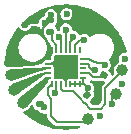
<source format=gbr>
%TF.GenerationSoftware,KiCad,Pcbnew,8.0.5-8.0.5-0~ubuntu24.04.1*%
%TF.CreationDate,2024-09-15T15:23:13-06:00*%
%TF.ProjectId,DRV8311 on motor driver,44525638-3331-4312-906f-6e206d6f746f,rev?*%
%TF.SameCoordinates,Original*%
%TF.FileFunction,Copper,L1,Top*%
%TF.FilePolarity,Positive*%
%FSLAX46Y46*%
G04 Gerber Fmt 4.6, Leading zero omitted, Abs format (unit mm)*
G04 Created by KiCad (PCBNEW 8.0.5-8.0.5-0~ubuntu24.04.1) date 2024-09-15 15:23:13*
%MOMM*%
%LPD*%
G01*
G04 APERTURE LIST*
G04 Aperture macros list*
%AMRoundRect*
0 Rectangle with rounded corners*
0 $1 Rounding radius*
0 $2 $3 $4 $5 $6 $7 $8 $9 X,Y pos of 4 corners*
0 Add a 4 corners polygon primitive as box body*
4,1,4,$2,$3,$4,$5,$6,$7,$8,$9,$2,$3,0*
0 Add four circle primitives for the rounded corners*
1,1,$1+$1,$2,$3*
1,1,$1+$1,$4,$5*
1,1,$1+$1,$6,$7*
1,1,$1+$1,$8,$9*
0 Add four rect primitives between the rounded corners*
20,1,$1+$1,$2,$3,$4,$5,0*
20,1,$1+$1,$4,$5,$6,$7,0*
20,1,$1+$1,$6,$7,$8,$9,0*
20,1,$1+$1,$8,$9,$2,$3,0*%
G04 Aperture macros list end*
%TA.AperFunction,ComponentPad*%
%ADD10O,1.000000X1.000000*%
%TD*%
%TA.AperFunction,SMDPad,CuDef*%
%ADD11RoundRect,0.140000X0.206244X0.077224X-0.036244X0.217224X-0.206244X-0.077224X0.036244X-0.217224X0*%
%TD*%
%TA.AperFunction,SMDPad,CuDef*%
%ADD12C,2.000000*%
%TD*%
%TA.AperFunction,SMDPad,CuDef*%
%ADD13RoundRect,0.140000X0.170000X-0.140000X0.170000X0.140000X-0.170000X0.140000X-0.170000X-0.140000X0*%
%TD*%
%TA.AperFunction,SMDPad,CuDef*%
%ADD14R,0.200000X0.469999*%
%TD*%
%TA.AperFunction,SMDPad,CuDef*%
%ADD15R,0.469999X0.200000*%
%TD*%
%TA.AperFunction,ComponentPad*%
%ADD16C,0.600000*%
%TD*%
%TA.AperFunction,SMDPad,CuDef*%
%ADD17R,1.899999X1.899999*%
%TD*%
%TA.AperFunction,SMDPad,CuDef*%
%ADD18C,1.000000*%
%TD*%
%TA.AperFunction,SMDPad,CuDef*%
%ADD19RoundRect,0.135000X0.092715X-0.209413X0.227715X0.024413X-0.092715X0.209413X-0.227715X-0.024413X0*%
%TD*%
%TA.AperFunction,SMDPad,CuDef*%
%ADD20RoundRect,0.135000X0.185000X-0.135000X0.185000X0.135000X-0.185000X0.135000X-0.185000X-0.135000X0*%
%TD*%
%TA.AperFunction,ViaPad*%
%ADD21C,0.600000*%
%TD*%
%TA.AperFunction,Conductor*%
%ADD22C,0.200000*%
%TD*%
G04 APERTURE END LIST*
D10*
%TO.P,J3,1,Pin_1*%
%TO.N,Net-(J3-Pin_1)*%
X167600000Y-103450000D03*
%TD*%
D11*
%TO.P,C1,1*%
%TO.N,GND*%
X173915692Y-103290000D03*
%TO.P,C1,2*%
%TO.N,+3.3V*%
X173084308Y-102810000D03*
%TD*%
D12*
%TO.P,TP2,1,1*%
%TO.N,GND*%
X172750000Y-96400000D03*
%TD*%
D13*
%TO.P,C3,1*%
%TO.N,VDD*%
X168700000Y-97280000D03*
%TO.P,C3,2*%
%TO.N,GND*%
X168700000Y-96320000D03*
%TD*%
D14*
%TO.P,U1,1,FAULT_N*%
%TO.N,unconnected-(U1-FAULT_N-Pad1)*%
X172450000Y-98954998D03*
%TO.P,U1,2,CSAREF*%
%TO.N,+3.3V*%
X172050001Y-98954998D03*
%TO.P,U1,3,SOC*%
%TO.N,Net-(U1-SOC)*%
X171649999Y-98954998D03*
%TO.P,U1,4,SOB*%
%TO.N,Net-(U1-SOB)*%
X171250000Y-98954998D03*
%TO.P,U1,5,SOA*%
%TO.N,Net-(U1-SOA)*%
X170850001Y-98954998D03*
%TO.P,U1,6,CP*%
%TO.N,Net-(U1-CP)*%
X170449999Y-98954998D03*
%TO.P,U1,7,VIN_AVDD*%
%TO.N,VDD*%
X170050000Y-98954998D03*
D15*
%TO.P,U1,8,VM*%
X169784999Y-99749998D03*
%TO.P,U1,9,PGND*%
%TO.N,GND*%
X169784999Y-100150000D03*
%TO.P,U1,10,OUTA*%
%TO.N,Net-(J2-Pin_1)*%
X169784999Y-100549999D03*
%TO.P,U1,11,OUTB*%
%TO.N,Net-(J1-Pin_1)*%
X169784999Y-100949998D03*
%TO.P,U1,12,OUTC*%
%TO.N,Net-(J3-Pin_1)*%
X169784999Y-101350000D03*
D14*
%TO.P,U1,13,INHC*%
%TO.N,Net-(U1-INHC)*%
X170050000Y-101885000D03*
%TO.P,U1,14,INHB*%
%TO.N,Net-(U1-INHB)*%
X170449999Y-101885000D03*
%TO.P,U1,15,INHA*%
%TO.N,Net-(U1-INHA)*%
X170850001Y-101885000D03*
%TO.P,U1,16,AGND*%
%TO.N,GND*%
X171250000Y-101885000D03*
%TO.P,U1,17,AVDD*%
%TO.N,+3.3V*%
X171649999Y-101885000D03*
%TO.P,U1,18,INLA*%
X172050001Y-101885000D03*
%TO.P,U1,19,INLB*%
X172450000Y-101885000D03*
D15*
%TO.P,U1,20,INLC*%
X172715001Y-101350000D03*
%TO.P,U1,21,GAIN*%
%TO.N,Net-(U1-GAIN)*%
X172715001Y-100949998D03*
%TO.P,U1,22,SLEW*%
%TO.N,unconnected-(U1-SLEW-Pad22)*%
X172715001Y-100549999D03*
%TO.P,U1,23,MODE*%
%TO.N,+3.3V*%
X172715001Y-100150000D03*
%TO.P,U1,24,SLEEP_N*%
%TO.N,Net-(U1-SLEEP_N)*%
X172715001Y-99749998D03*
D16*
%TO.P,U1,25,PowerPAD*%
%TO.N,GND*%
X171950001Y-99719998D03*
X170549999Y-99719998D03*
D17*
X171250000Y-100419999D03*
D16*
X171250000Y-100445399D03*
X171950001Y-101120000D03*
X170549999Y-101120000D03*
%TD*%
D10*
%TO.P,J1,1,Pin_1*%
%TO.N,Net-(J1-Pin_1)*%
X166900000Y-102350000D03*
%TD*%
D18*
%TO.P,TP7,1,1*%
%TO.N,Net-(U1-INHB)*%
X175500000Y-102700000D03*
%TD*%
%TO.P,TP8,1,1*%
%TO.N,Net-(U1-INHC)*%
X173150000Y-104850000D03*
%TD*%
D10*
%TO.P,J2,1,Pin_1*%
%TO.N,Net-(J2-Pin_1)*%
X166600000Y-101100000D03*
%TD*%
D19*
%TO.P,R3,1*%
%TO.N,GND*%
X173995000Y-101991673D03*
%TO.P,R3,2*%
%TO.N,Net-(U1-GAIN)*%
X174505000Y-101108327D03*
%TD*%
D13*
%TO.P,C2,1*%
%TO.N,Net-(U1-CP)*%
X169950000Y-97430000D03*
%TO.P,C2,2*%
%TO.N,VDD*%
X169950000Y-96470000D03*
%TD*%
D18*
%TO.P,TP5,1,1*%
%TO.N,Net-(U1-INHA)*%
X176050000Y-100700000D03*
%TD*%
D20*
%TO.P,R2,1*%
%TO.N,GND*%
X169050000Y-104609999D03*
%TO.P,R2,2*%
%TO.N,Net-(U1-SLEEP_N)*%
X169050000Y-103590001D03*
%TD*%
D21*
%TO.N,+3.3V*%
X172799751Y-98147108D03*
X173116373Y-102216373D03*
X173769874Y-100675546D03*
%TO.N,GND*%
X167804580Y-96860461D03*
X175850000Y-98850000D03*
X175650000Y-98050000D03*
X174600000Y-96700000D03*
X169705640Y-105174954D03*
X174050000Y-97300000D03*
X173908365Y-102555608D03*
X175050000Y-97400000D03*
%TO.N,VDD*%
X170000000Y-96050000D03*
X169475248Y-96675624D03*
X166650000Y-98850000D03*
X167400000Y-99900000D03*
X166600000Y-99850000D03*
X171319090Y-95950000D03*
%TO.N,Net-(U1-SLEEP_N)*%
X174543328Y-100249977D03*
X169400000Y-103860612D03*
%TO.N,Net-(U1-SOA)*%
X170673748Y-97893002D03*
X174140084Y-104551384D03*
%TO.N,Net-(U1-SOB)*%
X171268000Y-97258800D03*
X175996140Y-101831754D03*
%TO.N,Net-(U1-SOC)*%
X171879907Y-97871564D03*
X176247018Y-99719598D03*
%TO.N,Net-(U1-INHB)*%
X170327877Y-102597695D03*
X175172494Y-103594849D03*
%TD*%
D22*
%TO.N,+3.3V*%
X173143120Y-100173483D02*
X173112782Y-100150000D01*
X172715001Y-101750000D02*
X172715001Y-101350000D01*
X173250000Y-100256215D02*
X173143120Y-100173483D01*
X172580001Y-101885000D02*
X172715001Y-101750000D01*
X172785000Y-101885000D02*
X172450000Y-101885000D01*
X173769874Y-100675546D02*
X173487030Y-100675546D01*
X173250000Y-100438516D02*
X173250000Y-100256215D01*
X173116373Y-102216373D02*
X172785000Y-101885000D01*
X173487030Y-100675546D02*
X173250000Y-100438516D01*
X171649999Y-101885000D02*
X172450000Y-101885000D01*
X172450000Y-101885000D02*
X172580001Y-101885000D01*
X173112782Y-100150000D02*
X172715001Y-100150000D01*
X173084308Y-102248438D02*
X173084308Y-102810000D01*
X172799751Y-98147108D02*
X172452892Y-98147108D01*
X172050001Y-98549999D02*
X172050001Y-98954998D01*
X173116373Y-102216373D02*
X173084308Y-102248438D01*
X172452892Y-98147108D02*
X172050001Y-98549999D01*
%TO.N,GND*%
X169849271Y-95450000D02*
X170666688Y-95450000D01*
X168700000Y-96320000D02*
X168345041Y-96320000D01*
X173908365Y-102555608D02*
X173995000Y-102468973D01*
X169705640Y-105174954D02*
X169705640Y-104935640D01*
X169427328Y-95592672D02*
X169568078Y-95536114D01*
X170666688Y-95450000D02*
X170766688Y-95350000D01*
X168700000Y-96320000D02*
X169427328Y-95592672D01*
X173995000Y-102468973D02*
X173995000Y-101991673D01*
X169568078Y-95536114D02*
X169849271Y-95450000D01*
X172648529Y-96400000D02*
X172750000Y-96400000D01*
X173908365Y-102555608D02*
X173915692Y-102562935D01*
X170319996Y-100150000D02*
X170549999Y-99919997D01*
X170766688Y-95350000D02*
X171598529Y-95350000D01*
X171250000Y-101885000D02*
X171250000Y-100419999D01*
X170915000Y-100250000D02*
X171184999Y-100519999D01*
X171598529Y-95350000D02*
X172648529Y-96400000D01*
X169784999Y-100150000D02*
X170319996Y-100150000D01*
X170549999Y-99919997D02*
X170549999Y-99719998D01*
X173915692Y-102562935D02*
X173915692Y-103290000D01*
X168345041Y-96320000D02*
X167804580Y-96860461D01*
X169705640Y-104935640D02*
X169400000Y-104630000D01*
%TO.N,VDD*%
X169699114Y-98408089D02*
X169594653Y-98164668D01*
X166650000Y-98850000D02*
X166650000Y-98749175D01*
X169475248Y-96675624D02*
X169744376Y-96675624D01*
X169744376Y-96675624D02*
X169950000Y-96470000D01*
X170050000Y-98954998D02*
X169749817Y-98654815D01*
X168700000Y-97280000D02*
X169240000Y-97280000D01*
X169594653Y-98164668D02*
X169443328Y-97947253D01*
X169749817Y-98654815D02*
X169699114Y-98408089D01*
X168519539Y-97460461D02*
X168700000Y-97280000D01*
X170000000Y-96050000D02*
X170000000Y-96420000D01*
X166857472Y-100107472D02*
X168983546Y-100107472D01*
X170000000Y-96420000D02*
X169950000Y-96470000D01*
X169310000Y-97350000D02*
X169310000Y-97110000D01*
X169310000Y-97110000D02*
X169950000Y-96470000D01*
X169341020Y-99749998D02*
X169784999Y-99749998D01*
X168983546Y-100107472D02*
X169341020Y-99749998D01*
X169443328Y-97947253D02*
X169310000Y-97820515D01*
X166600000Y-99850000D02*
X166857472Y-100107472D01*
X169240000Y-97280000D02*
X169310000Y-97350000D01*
X169310000Y-97820515D02*
X169310000Y-97350000D01*
%TO.N,Net-(U1-CP)*%
X170449999Y-98549999D02*
X170073748Y-98173748D01*
X170073748Y-98173748D02*
X170073748Y-97553748D01*
X170449999Y-98954998D02*
X170449999Y-98549999D01*
X170073748Y-97553748D02*
X169950000Y-97430000D01*
%TO.N,Net-(U1-SLEEP_N)*%
X173951758Y-100094055D02*
X173892562Y-100078728D01*
X173781608Y-100050000D02*
X173695326Y-100027660D01*
X173695326Y-100027660D02*
X173457505Y-99911003D01*
X174543328Y-100249977D02*
X174393351Y-100100000D01*
X169320611Y-103860612D02*
X169050000Y-103590001D01*
X173249504Y-99749998D02*
X172715001Y-99749998D01*
X173892562Y-100078728D02*
X173781608Y-100050000D01*
X174393351Y-100100000D02*
X173957703Y-100100000D01*
X169400000Y-103860612D02*
X169320611Y-103860612D01*
X173957703Y-100100000D02*
X173951758Y-100094055D01*
X173457505Y-99911003D02*
X173249504Y-99749998D01*
%TO.N,Net-(U1-GAIN)*%
X173521344Y-101275546D02*
X173195796Y-100949998D01*
X173195796Y-100949998D02*
X172715001Y-100949998D01*
X174505000Y-101108327D02*
X174337781Y-101275546D01*
X174337781Y-101275546D02*
X173521344Y-101275546D01*
%TO.N,Net-(U1-SOA)*%
X170850001Y-98069255D02*
X170850001Y-98954998D01*
X170673748Y-97893002D02*
X170850001Y-98069255D01*
%TO.N,Net-(U1-SOB)*%
X171268000Y-97258800D02*
X171273748Y-97264548D01*
X171250000Y-98165279D02*
X171250000Y-98954998D01*
X171273748Y-98141531D02*
X171250000Y-98165279D01*
X171273748Y-97264548D02*
X171273748Y-98141531D01*
%TO.N,Net-(U1-INHA)*%
X171838603Y-102442528D02*
X171021239Y-102442528D01*
X174600000Y-102228029D02*
X174600000Y-103318814D01*
X174600000Y-103318814D02*
X174572494Y-103346320D01*
X176050000Y-100778029D02*
X174600000Y-102228029D01*
X174572494Y-103577506D02*
X174201254Y-103948746D01*
X171021239Y-102442528D02*
X170850001Y-102271290D01*
X172864821Y-103468746D02*
X172835179Y-103468746D01*
X174572494Y-103346320D02*
X174572494Y-103577506D01*
X176050000Y-100700000D02*
X176050000Y-100778029D01*
X172835179Y-103468746D02*
X172436543Y-103070110D01*
X173344821Y-103948746D02*
X172864821Y-103468746D01*
X170850001Y-102271290D02*
X170850001Y-101885000D01*
X172436543Y-103040468D02*
X171838603Y-102442528D01*
X172436543Y-103070110D02*
X172436543Y-103040468D01*
X174201254Y-103948746D02*
X173344821Y-103948746D01*
%TO.N,Net-(U1-SOC)*%
X171649999Y-98330966D02*
X171879907Y-98101058D01*
X171879907Y-98101058D02*
X171879907Y-97871564D01*
X171649999Y-98954998D02*
X171649999Y-98330966D01*
%TO.N,Net-(U1-INHB)*%
X170327877Y-102597695D02*
X170449999Y-102475573D01*
X175172494Y-103594849D02*
X175172494Y-103027506D01*
X175172494Y-103027506D02*
X175500000Y-102700000D01*
X170449999Y-102475573D02*
X170449999Y-101885000D01*
%TO.N,Net-(U1-INHC)*%
X170000000Y-104620785D02*
X170000000Y-103118347D01*
X173150000Y-104850000D02*
X172900000Y-105100000D01*
X170479215Y-105100000D02*
X170000000Y-104620785D01*
X170000000Y-103118347D02*
X169720290Y-102838637D01*
X172900000Y-105100000D02*
X170479215Y-105100000D01*
X169720290Y-102214710D02*
X170050000Y-101885000D01*
X169720290Y-102838637D02*
X169720290Y-102214710D01*
%TD*%
%TA.AperFunction,Conductor*%
%TO.N,Net-(J2-Pin_1)*%
G36*
X169970558Y-100453868D02*
G01*
X169973926Y-100462000D01*
X169970558Y-100470132D01*
X169966929Y-100472582D01*
X169563906Y-100644081D01*
X169559403Y-100644999D01*
X169550683Y-100644999D01*
X169514613Y-100648189D01*
X169514611Y-100648190D01*
X169510641Y-100648897D01*
X169510639Y-100648898D01*
X169475686Y-100658374D01*
X169475669Y-100658379D01*
X169124338Y-100787816D01*
X169124333Y-100787818D01*
X169084798Y-100802383D01*
X169084403Y-100802521D01*
X166664313Y-101595310D01*
X166655537Y-101594640D01*
X166649804Y-101587961D01*
X166649248Y-101584960D01*
X166602410Y-100648190D01*
X166600854Y-100617074D01*
X166603812Y-100608784D01*
X166611766Y-100605014D01*
X166612340Y-100605000D01*
X166658710Y-100605000D01*
X166661462Y-100605334D01*
X166677833Y-100609369D01*
X166677835Y-100609369D01*
X166677842Y-100609371D01*
X166707818Y-100614443D01*
X166711196Y-100614760D01*
X166741588Y-100615354D01*
X168448508Y-100522249D01*
X168717594Y-100507572D01*
X168724848Y-100507047D01*
X168725658Y-100506974D01*
X168733087Y-100506169D01*
X168733095Y-100506167D01*
X168733104Y-100506167D01*
X168743146Y-100504893D01*
X168743147Y-100504892D01*
X168774412Y-100500930D01*
X168788922Y-100498561D01*
X168790535Y-100498238D01*
X168804855Y-100494833D01*
X168834503Y-100486650D01*
X168836953Y-100486255D01*
X169539851Y-100450514D01*
X169540435Y-100450500D01*
X169745437Y-100450500D01*
X169962426Y-100450500D01*
X169970558Y-100453868D01*
G37*
%TD.AperFunction*%
%TD*%
%TA.AperFunction,Conductor*%
%TO.N,GND*%
G36*
X170300000Y-100900000D02*
G01*
X170214280Y-100701010D01*
X170220499Y-100669747D01*
X170220499Y-100430251D01*
X170208866Y-100371768D01*
X170182300Y-100332011D01*
X170164551Y-100305446D01*
X170124794Y-100278881D01*
X170098230Y-100261132D01*
X170039747Y-100249499D01*
X170039744Y-100249499D01*
X170019999Y-100249499D01*
X170019999Y-100050498D01*
X170039744Y-100050498D01*
X170039747Y-100050498D01*
X170098230Y-100038865D01*
X170164551Y-99994550D01*
X170187435Y-99960301D01*
X170300000Y-99900000D01*
X170300000Y-100900000D01*
G37*
%TD.AperFunction*%
%TD*%
%TA.AperFunction,Conductor*%
%TO.N,Net-(J3-Pin_1)*%
G36*
X169556319Y-101252689D02*
G01*
X169812952Y-101361895D01*
X169966931Y-101427418D01*
X169973094Y-101433702D01*
X169973010Y-101442503D01*
X169966726Y-101448666D01*
X169962428Y-101449500D01*
X169930252Y-101449500D01*
X169906988Y-101454127D01*
X169871771Y-101461132D01*
X169871767Y-101461134D01*
X169805449Y-101505446D01*
X169805446Y-101505449D01*
X169761134Y-101571767D01*
X169761132Y-101571771D01*
X169749500Y-101630253D01*
X169749500Y-101751040D01*
X169746609Y-101758665D01*
X169709999Y-101799998D01*
X169709522Y-101800505D01*
X169535779Y-101974250D01*
X169479829Y-102030199D01*
X169440268Y-102098722D01*
X169440267Y-102098724D01*
X169438735Y-102104438D01*
X169436237Y-102109084D01*
X167860038Y-103888666D01*
X167852125Y-103892520D01*
X167843804Y-103889650D01*
X167841776Y-103887290D01*
X167305649Y-103058730D01*
X167304059Y-103050073D01*
X167308118Y-103043504D01*
X169544634Y-101254291D01*
X169553088Y-101251842D01*
X169556319Y-101252689D01*
G37*
%TD.AperFunction*%
%TD*%
%TA.AperFunction,Conductor*%
%TO.N,VDD*%
G36*
X168841789Y-97000167D02*
G01*
X168939564Y-97017068D01*
X168943251Y-97018382D01*
X169028806Y-97066630D01*
X169031837Y-97069103D01*
X169088040Y-97133835D01*
X169096893Y-97144031D01*
X169098048Y-97145618D01*
X169672992Y-98096486D01*
X170023570Y-98676287D01*
X170024032Y-98677129D01*
X170045632Y-98720695D01*
X170046338Y-98722480D01*
X170060390Y-98769029D01*
X170060629Y-98769959D01*
X170134408Y-99116718D01*
X170134615Y-99118096D01*
X170140836Y-99188302D01*
X170140745Y-99191083D01*
X170129922Y-99260730D01*
X170129625Y-99262091D01*
X170042099Y-99571797D01*
X170019999Y-99649998D01*
X170019715Y-99690479D01*
X170019715Y-99690482D01*
X170019309Y-99748228D01*
X170018751Y-99751685D01*
X169993996Y-99828242D01*
X169989983Y-99833882D01*
X169972371Y-99847178D01*
X169965442Y-99849500D01*
X169530251Y-99849500D01*
X169506987Y-99854127D01*
X169471770Y-99861132D01*
X169471766Y-99861134D01*
X169405448Y-99905446D01*
X169405445Y-99905449D01*
X169361133Y-99971767D01*
X169361131Y-99971771D01*
X169349499Y-100030253D01*
X169349499Y-100079220D01*
X169346131Y-100087352D01*
X169341844Y-100090058D01*
X168791159Y-100285399D01*
X168790373Y-100285647D01*
X168750185Y-100296738D01*
X168748572Y-100297061D01*
X168710986Y-100301825D01*
X168707212Y-100302304D01*
X168706402Y-100302377D01*
X168437316Y-100317054D01*
X166730396Y-100410159D01*
X166727018Y-100409842D01*
X166697622Y-100402597D01*
X166685056Y-100399500D01*
X166514944Y-100399500D01*
X166399220Y-100428021D01*
X166397095Y-100428338D01*
X166364594Y-100430112D01*
X166362569Y-100430044D01*
X166261139Y-100417625D01*
X166257284Y-100416440D01*
X166167306Y-100370224D01*
X166164099Y-100367781D01*
X166129860Y-100330556D01*
X166095620Y-100293331D01*
X166093453Y-100289930D01*
X166091644Y-100285541D01*
X166054904Y-100196409D01*
X166054045Y-100192473D01*
X166050129Y-100090347D01*
X166050229Y-100088346D01*
X166083334Y-99849998D01*
X166165080Y-99261422D01*
X166201569Y-98998701D01*
X166201985Y-98996857D01*
X166264054Y-98800000D01*
X167244357Y-98800000D01*
X167264884Y-99021533D01*
X167325771Y-99235529D01*
X167424942Y-99434690D01*
X167424944Y-99434693D01*
X167559011Y-99612227D01*
X167559014Y-99612230D01*
X167559019Y-99612236D01*
X167723438Y-99762124D01*
X167912599Y-99879247D01*
X168120060Y-99959618D01*
X168338754Y-100000499D01*
X168338755Y-100000500D01*
X168338757Y-100000500D01*
X168561245Y-100000500D01*
X168561245Y-100000499D01*
X168779940Y-99959618D01*
X168987401Y-99879247D01*
X169176562Y-99762124D01*
X169340981Y-99612236D01*
X169367182Y-99577541D01*
X169475055Y-99434693D01*
X169475057Y-99434690D01*
X169475056Y-99434690D01*
X169475058Y-99434689D01*
X169574229Y-99235528D01*
X169635115Y-99021536D01*
X169655643Y-98800000D01*
X169635115Y-98578464D01*
X169574229Y-98364472D01*
X169475058Y-98165311D01*
X169475057Y-98165310D01*
X169475057Y-98165309D01*
X169475055Y-98165306D01*
X169340988Y-97987772D01*
X169340984Y-97987769D01*
X169340981Y-97987764D01*
X169176562Y-97837876D01*
X169176561Y-97837875D01*
X169035517Y-97750545D01*
X168987401Y-97720753D01*
X168987396Y-97720751D01*
X168987390Y-97720748D01*
X168779942Y-97640382D01*
X168561245Y-97599500D01*
X168561243Y-97599500D01*
X168338757Y-97599500D01*
X168338754Y-97599500D01*
X168120058Y-97640382D01*
X168120057Y-97640382D01*
X167912609Y-97720748D01*
X167912597Y-97720754D01*
X167723438Y-97837875D01*
X167643773Y-97910500D01*
X167559019Y-97987764D01*
X167559017Y-97987766D01*
X167559011Y-97987772D01*
X167424944Y-98165306D01*
X167424942Y-98165309D01*
X167325771Y-98364470D01*
X167264884Y-98578466D01*
X167244357Y-98800000D01*
X166264054Y-98800000D01*
X166319427Y-98624377D01*
X166319768Y-98623442D01*
X166320326Y-98622095D01*
X166435325Y-98344464D01*
X166436099Y-98342935D01*
X166469146Y-98288409D01*
X167161908Y-97145349D01*
X167163065Y-97143765D01*
X167228115Y-97068975D01*
X167231148Y-97066502D01*
X167313547Y-97020089D01*
X167322284Y-97019034D01*
X167329210Y-97024466D01*
X167329651Y-97025333D01*
X167379203Y-97133834D01*
X167379203Y-97133835D01*
X167473451Y-97242603D01*
X167473455Y-97242606D01*
X167587496Y-97315896D01*
X167594527Y-97320414D01*
X167675216Y-97344106D01*
X167732618Y-97360961D01*
X167732619Y-97360961D01*
X167876541Y-97360961D01*
X168014633Y-97320414D01*
X168135708Y-97242604D01*
X168229957Y-97133834D01*
X168288007Y-97006722D01*
X168294449Y-97000725D01*
X168298468Y-97000000D01*
X168839831Y-97000000D01*
X168841789Y-97000167D01*
G37*
%TD.AperFunction*%
%TD*%
%TA.AperFunction,Conductor*%
%TO.N,Net-(J1-Pin_1)*%
G36*
X169970558Y-100853867D02*
G01*
X169973926Y-100861999D01*
X169970558Y-100870131D01*
X169966929Y-100872581D01*
X169553326Y-101048582D01*
X169548823Y-101049500D01*
X169530251Y-101049500D01*
X169527090Y-101050128D01*
X169509957Y-101053535D01*
X169508377Y-101053737D01*
X169495908Y-101054456D01*
X169487458Y-101056905D01*
X169487449Y-101056908D01*
X169485440Y-101057950D01*
X169482392Y-101059019D01*
X169471769Y-101061132D01*
X169471768Y-101061133D01*
X169446194Y-101078220D01*
X169445099Y-101078867D01*
X169416257Y-101093822D01*
X169416257Y-101093823D01*
X168760624Y-101618328D01*
X168760160Y-101618681D01*
X167062279Y-102841158D01*
X167053711Y-102843176D01*
X167046226Y-102838545D01*
X167044770Y-102835805D01*
X166703975Y-101910789D01*
X166704324Y-101901996D01*
X166710788Y-101896025D01*
X169196551Y-100980215D01*
X169546715Y-100851208D01*
X169550691Y-100850499D01*
X169962426Y-100850499D01*
X169970558Y-100853867D01*
G37*
%TD.AperFunction*%
%TD*%
%TA.AperFunction,Conductor*%
%TO.N,GND*%
G36*
X171636428Y-101449500D02*
G01*
X171530251Y-101449500D01*
X171471768Y-101461133D01*
X171405446Y-101505447D01*
X171361132Y-101571769D01*
X171349499Y-101630252D01*
X171349499Y-101630255D01*
X171349499Y-101650000D01*
X171150501Y-101650000D01*
X171150501Y-101630252D01*
X171138868Y-101571769D01*
X171112302Y-101532012D01*
X171094553Y-101505447D01*
X171050001Y-101475679D01*
X171028232Y-101461133D01*
X170969749Y-101449500D01*
X170863572Y-101449500D01*
X170750000Y-101369999D01*
X171750000Y-101369999D01*
X171636428Y-101449500D01*
G37*
%TD.AperFunction*%
%TD*%
%TA.AperFunction,Conductor*%
%TO.N,GND*%
G36*
X168457023Y-103648054D02*
G01*
X168505139Y-103690671D01*
X168519500Y-103743405D01*
X168519500Y-103765497D01*
X168526123Y-103815801D01*
X168577614Y-103926225D01*
X168577617Y-103926229D01*
X168663771Y-104012383D01*
X168663775Y-104012386D01*
X168774199Y-104063877D01*
X168824503Y-104070500D01*
X168824510Y-104070500D01*
X168824514Y-104070501D01*
X168867799Y-104070501D01*
X168928929Y-104090363D01*
X168962400Y-104131295D01*
X168966123Y-104139448D01*
X169062256Y-104250390D01*
X169185750Y-104329755D01*
X169326601Y-104371112D01*
X169326604Y-104371112D01*
X169473396Y-104371112D01*
X169473399Y-104371112D01*
X169549950Y-104348635D01*
X169556200Y-104346800D01*
X169620449Y-104348635D01*
X169671349Y-104387885D01*
X169689500Y-104446587D01*
X169689500Y-104661668D01*
X169710659Y-104740632D01*
X169710661Y-104740637D01*
X169727405Y-104769638D01*
X169751538Y-104811437D01*
X170288563Y-105348462D01*
X170329441Y-105372062D01*
X170359367Y-105389340D01*
X170383800Y-105395886D01*
X170417177Y-105404830D01*
X170417176Y-105404831D01*
X170417183Y-105404831D01*
X170429999Y-105408265D01*
X170438335Y-105410500D01*
X170438336Y-105410500D01*
X170438337Y-105410500D01*
X172374911Y-105410500D01*
X172436041Y-105430362D01*
X172473821Y-105482362D01*
X172473821Y-105546638D01*
X172436041Y-105598638D01*
X172397421Y-105616035D01*
X172224154Y-105654447D01*
X172215219Y-105656022D01*
X171765864Y-105715180D01*
X171756825Y-105715971D01*
X171304014Y-105735741D01*
X171294942Y-105735741D01*
X170842130Y-105715971D01*
X170833091Y-105715180D01*
X170383736Y-105656022D01*
X170374801Y-105654447D01*
X169932299Y-105556346D01*
X169923536Y-105553998D01*
X169491264Y-105417703D01*
X169482738Y-105414599D01*
X169064012Y-105241157D01*
X169055789Y-105237323D01*
X168653757Y-105028039D01*
X168645900Y-105023503D01*
X168263639Y-104779975D01*
X168256207Y-104774771D01*
X167896631Y-104498860D01*
X167889680Y-104493028D01*
X167822834Y-104431775D01*
X167761299Y-104375388D01*
X167703757Y-104322660D01*
X167672107Y-104266717D01*
X167679383Y-104202855D01*
X167722807Y-104155466D01*
X167749124Y-104145007D01*
X167853797Y-104119208D01*
X167878536Y-104106223D01*
X167901754Y-104097388D01*
X167946487Y-104086262D01*
X167954400Y-104082408D01*
X167973666Y-104067775D01*
X168021353Y-104031555D01*
X168021354Y-104031553D01*
X168021359Y-104031550D01*
X168040324Y-104010136D01*
X168049198Y-104001261D01*
X168135723Y-103924609D01*
X168201533Y-103829264D01*
X168209254Y-103819409D01*
X168337647Y-103674448D01*
X168393047Y-103641858D01*
X168457023Y-103648054D01*
G37*
%TD.AperFunction*%
%TA.AperFunction,Conductor*%
G36*
X173437494Y-101574532D02*
G01*
X173480461Y-101586045D01*
X173480464Y-101586045D01*
X173480466Y-101586046D01*
X174296902Y-101586046D01*
X174343567Y-101586046D01*
X174395566Y-101599979D01*
X174459445Y-101636859D01*
X174460027Y-101637195D01*
X174506913Y-101656616D01*
X174506916Y-101656616D01*
X174508528Y-101657011D01*
X174509867Y-101657839D01*
X174514264Y-101659661D01*
X174513967Y-101660377D01*
X174563184Y-101690835D01*
X174587520Y-101750326D01*
X174572241Y-101812759D01*
X174557345Y-101831569D01*
X174351540Y-102037374D01*
X174310660Y-102108179D01*
X174310658Y-102108185D01*
X174292933Y-102174338D01*
X174292933Y-102174339D01*
X174289500Y-102187149D01*
X174289500Y-103190464D01*
X174283713Y-103219565D01*
X174284918Y-103219888D01*
X174267386Y-103285318D01*
X174261994Y-103305438D01*
X174261994Y-103405814D01*
X174242132Y-103466944D01*
X174231533Y-103479353D01*
X174103101Y-103607785D01*
X174045831Y-103636966D01*
X174029562Y-103638246D01*
X173516512Y-103638246D01*
X173455382Y-103618384D01*
X173442973Y-103607785D01*
X173308088Y-103472900D01*
X173278907Y-103415630D01*
X173288962Y-103352146D01*
X173323549Y-103313089D01*
X173364800Y-103285320D01*
X173407463Y-103231278D01*
X173610723Y-102879222D01*
X173636193Y-102815253D01*
X173644246Y-102698555D01*
X173613970Y-102585564D01*
X173613970Y-102585563D01*
X173583940Y-102540954D01*
X173566280Y-102479152D01*
X173575612Y-102439673D01*
X173611230Y-102361681D01*
X173611232Y-102361677D01*
X173615669Y-102330816D01*
X173632123Y-102216376D01*
X173632123Y-102216369D01*
X173611233Y-102071074D01*
X173611231Y-102071067D01*
X173586717Y-102017389D01*
X173550250Y-101937537D01*
X173454117Y-101826595D01*
X173454116Y-101826594D01*
X173354349Y-101762478D01*
X173313662Y-101712720D01*
X173309993Y-101648549D01*
X173344743Y-101594477D01*
X173404639Y-101571158D01*
X173437494Y-101574532D01*
G37*
%TD.AperFunction*%
%TA.AperFunction,Conductor*%
G36*
X170729268Y-99400498D02*
G01*
X170970733Y-99400497D01*
X171029716Y-99388766D01*
X171070285Y-99388766D01*
X171129267Y-99400498D01*
X171370732Y-99400497D01*
X171429715Y-99388766D01*
X171470284Y-99388766D01*
X171529266Y-99400498D01*
X171770731Y-99400497D01*
X171829714Y-99388766D01*
X171870286Y-99388766D01*
X171929268Y-99400498D01*
X172170733Y-99400497D01*
X172181441Y-99398367D01*
X172245271Y-99405920D01*
X172292471Y-99449549D01*
X172305012Y-99512589D01*
X172288207Y-99558145D01*
X172281716Y-99567859D01*
X172281715Y-99567862D01*
X172281714Y-99567864D01*
X172281714Y-99567865D01*
X172269501Y-99629265D01*
X172269501Y-99629267D01*
X172269501Y-99870728D01*
X172269502Y-99870734D01*
X172281233Y-99929711D01*
X172281233Y-99970285D01*
X172271015Y-100021657D01*
X172269501Y-100029269D01*
X172269501Y-100270730D01*
X172269502Y-100270738D01*
X172281232Y-100329714D01*
X172281232Y-100370289D01*
X172269501Y-100429266D01*
X172269501Y-100670729D01*
X172269502Y-100670737D01*
X172281232Y-100729713D01*
X172281232Y-100770288D01*
X172269501Y-100829265D01*
X172269501Y-101070728D01*
X172269502Y-101070734D01*
X172275846Y-101102626D01*
X172281081Y-101128950D01*
X172281233Y-101129711D01*
X172281233Y-101170285D01*
X172280352Y-101174716D01*
X172269501Y-101229269D01*
X172269501Y-101335500D01*
X172249639Y-101396630D01*
X172197639Y-101434410D01*
X172165501Y-101439500D01*
X171929270Y-101439500D01*
X171929259Y-101439502D01*
X171870284Y-101451231D01*
X171829710Y-101451231D01*
X171812647Y-101447837D01*
X171770732Y-101439500D01*
X171770729Y-101439500D01*
X171650713Y-101439500D01*
X171750000Y-101369999D01*
X170750000Y-101369999D01*
X170849287Y-101439500D01*
X170729270Y-101439500D01*
X170729259Y-101439502D01*
X170670284Y-101451231D01*
X170629710Y-101451231D01*
X170597284Y-101444781D01*
X170570732Y-101439500D01*
X170570731Y-101439500D01*
X170334498Y-101439500D01*
X170273368Y-101419638D01*
X170235588Y-101367638D01*
X170230498Y-101335500D01*
X170230498Y-101229269D01*
X170230497Y-101229263D01*
X170218767Y-101170285D01*
X170218767Y-101129711D01*
X170230499Y-101070731D01*
X170230498Y-100829266D01*
X170218767Y-100770283D01*
X170218767Y-100729713D01*
X170221255Y-100717201D01*
X170300000Y-100900000D01*
X170300000Y-99900000D01*
X170206168Y-99950266D01*
X170218284Y-99932135D01*
X170218284Y-99932133D01*
X170218286Y-99932131D01*
X170230499Y-99870731D01*
X170230498Y-99800551D01*
X170231828Y-99783973D01*
X170232055Y-99782566D01*
X170234802Y-99749763D01*
X170234804Y-99749743D01*
X170235191Y-99694640D01*
X170239108Y-99667090D01*
X170249477Y-99630404D01*
X170254612Y-99612236D01*
X170282772Y-99512589D01*
X170293052Y-99476213D01*
X170328790Y-99422790D01*
X170389104Y-99400575D01*
X170393094Y-99400497D01*
X170570731Y-99400497D01*
X170629714Y-99388766D01*
X170670286Y-99388766D01*
X170729268Y-99400498D01*
G37*
%TD.AperFunction*%
%TA.AperFunction,Conductor*%
G36*
X171752984Y-95156740D02*
G01*
X171756825Y-95156908D01*
X171765864Y-95157699D01*
X172215230Y-95216859D01*
X172224144Y-95218430D01*
X172666656Y-95316533D01*
X172675419Y-95318881D01*
X173107691Y-95455176D01*
X173116218Y-95458280D01*
X173534948Y-95631724D01*
X173543161Y-95635553D01*
X173611570Y-95671165D01*
X173945198Y-95844840D01*
X173953053Y-95849375D01*
X174086041Y-95934098D01*
X174335316Y-96092904D01*
X174342748Y-96098108D01*
X174601611Y-96296740D01*
X174702324Y-96374019D01*
X174709272Y-96379848D01*
X175043442Y-96686060D01*
X175049856Y-96692474D01*
X175353222Y-97023539D01*
X175356066Y-97026642D01*
X175361898Y-97033593D01*
X175637809Y-97393169D01*
X175643013Y-97400601D01*
X175886541Y-97782862D01*
X175891077Y-97790719D01*
X176100361Y-98192751D01*
X176104195Y-98200974D01*
X176277637Y-98619700D01*
X176280741Y-98628226D01*
X176417036Y-99060498D01*
X176419383Y-99069258D01*
X176422338Y-99082585D01*
X176416180Y-99146565D01*
X176373591Y-99194706D01*
X176320804Y-99209098D01*
X176320417Y-99209098D01*
X176173619Y-99209098D01*
X176173617Y-99209098D01*
X176173613Y-99209099D01*
X176032769Y-99250454D01*
X175909275Y-99329819D01*
X175909274Y-99329819D01*
X175909274Y-99329820D01*
X175861207Y-99385291D01*
X175813140Y-99440763D01*
X175752159Y-99574292D01*
X175752157Y-99574299D01*
X175731268Y-99719594D01*
X175731268Y-99719601D01*
X175752157Y-99864896D01*
X175752159Y-99864903D01*
X175780893Y-99927821D01*
X175788220Y-99991677D01*
X175756613Y-100047645D01*
X175734623Y-100063111D01*
X175643429Y-100110973D01*
X175643423Y-100110977D01*
X175514280Y-100225388D01*
X175514273Y-100225395D01*
X175416263Y-100367389D01*
X175355079Y-100528717D01*
X175334282Y-100700000D01*
X175355079Y-100871284D01*
X175375932Y-100926268D01*
X175379037Y-100990468D01*
X175352229Y-101036685D01*
X175259964Y-101128950D01*
X175202694Y-101158131D01*
X175139210Y-101148076D01*
X175093760Y-101102626D01*
X175085897Y-101062147D01*
X175083003Y-101062401D01*
X175082210Y-101053337D01*
X175065008Y-100989139D01*
X175050675Y-100935647D01*
X174980789Y-100835839D01*
X174980787Y-100835838D01*
X174980787Y-100835837D01*
X174940533Y-100804949D01*
X174940529Y-100804947D01*
X174940527Y-100804945D01*
X174914569Y-100789958D01*
X174871562Y-100742192D01*
X174864845Y-100678268D01*
X174887971Y-100631792D01*
X174977205Y-100528813D01*
X175038187Y-100395281D01*
X175041780Y-100370289D01*
X175059078Y-100249980D01*
X175059078Y-100249973D01*
X175038188Y-100104678D01*
X175038186Y-100104671D01*
X175018013Y-100060497D01*
X174977205Y-99971141D01*
X174977204Y-99971140D01*
X174977204Y-99971139D01*
X174898014Y-99879751D01*
X174872993Y-99820546D01*
X174887550Y-99757941D01*
X174906543Y-99734792D01*
X175040981Y-99612236D01*
X175175058Y-99434689D01*
X175274229Y-99235528D01*
X175335115Y-99021536D01*
X175355643Y-98800000D01*
X175335115Y-98578464D01*
X175274229Y-98364472D01*
X175175058Y-98165311D01*
X175040981Y-97987764D01*
X175040978Y-97987761D01*
X175040976Y-97987758D01*
X174876564Y-97837878D01*
X174876562Y-97837876D01*
X174687401Y-97720753D01*
X174687399Y-97720752D01*
X174479939Y-97640381D01*
X174261250Y-97599500D01*
X174261243Y-97599500D01*
X174038757Y-97599500D01*
X174038749Y-97599500D01*
X173820060Y-97640381D01*
X173612600Y-97720752D01*
X173423438Y-97837875D01*
X173381497Y-97876109D01*
X173322940Y-97902613D01*
X173259988Y-97889635D01*
X173232837Y-97867357D01*
X173137496Y-97757330D01*
X173051970Y-97702366D01*
X173014001Y-97677965D01*
X173014000Y-97677964D01*
X173013999Y-97677964D01*
X172873155Y-97636609D01*
X172873152Y-97636608D01*
X172873150Y-97636608D01*
X172726352Y-97636608D01*
X172726350Y-97636608D01*
X172726346Y-97636609D01*
X172585502Y-97677963D01*
X172506499Y-97728736D01*
X172444335Y-97745075D01*
X172384439Y-97721755D01*
X172355671Y-97684448D01*
X172352710Y-97677964D01*
X172313784Y-97592728D01*
X172217651Y-97481786D01*
X172094157Y-97402421D01*
X172094156Y-97402420D01*
X172094155Y-97402420D01*
X171953311Y-97361065D01*
X171953308Y-97361064D01*
X171953306Y-97361064D01*
X171887750Y-97361064D01*
X171826620Y-97341202D01*
X171788840Y-97289202D01*
X171785182Y-97266108D01*
X171784809Y-97266162D01*
X171762860Y-97113501D01*
X171762858Y-97113494D01*
X171749167Y-97083514D01*
X171701877Y-96979964D01*
X171605744Y-96869022D01*
X171482250Y-96789657D01*
X171482249Y-96789656D01*
X171482248Y-96789656D01*
X171341404Y-96748301D01*
X171341401Y-96748300D01*
X171341399Y-96748300D01*
X171194601Y-96748300D01*
X171194599Y-96748300D01*
X171194595Y-96748301D01*
X171053751Y-96789656D01*
X170930257Y-96869021D01*
X170930256Y-96869021D01*
X170930256Y-96869022D01*
X170904108Y-96899198D01*
X170834122Y-96979965D01*
X170773141Y-97113494D01*
X170773139Y-97113501D01*
X170752250Y-97258796D01*
X170752250Y-97258799D01*
X170752955Y-97263704D01*
X170741993Y-97327038D01*
X170695898Y-97371833D01*
X170650013Y-97382502D01*
X170600349Y-97382502D01*
X170600346Y-97382502D01*
X170592986Y-97383561D01*
X170592642Y-97381171D01*
X170539543Y-97379650D01*
X170488646Y-97340397D01*
X170470500Y-97281701D01*
X170470500Y-97256740D01*
X170470499Y-97256733D01*
X170460574Y-97188610D01*
X170460573Y-97188608D01*
X170430251Y-97126583D01*
X170409198Y-97083517D01*
X170349220Y-97023539D01*
X170320039Y-96966269D01*
X170330094Y-96902785D01*
X170349220Y-96876461D01*
X170376697Y-96848984D01*
X170409198Y-96816483D01*
X170460573Y-96711393D01*
X170463330Y-96692475D01*
X170470499Y-96643266D01*
X170470500Y-96643259D01*
X170470500Y-96296740D01*
X170469606Y-96290606D01*
X170477916Y-96232402D01*
X170494859Y-96195304D01*
X170499198Y-96165124D01*
X170515750Y-96050003D01*
X170515750Y-96049996D01*
X170501372Y-95949996D01*
X170803340Y-95949996D01*
X170803340Y-95950003D01*
X170824229Y-96095298D01*
X170824231Y-96095305D01*
X170869897Y-96195298D01*
X170885213Y-96228836D01*
X170981346Y-96339778D01*
X171104840Y-96419143D01*
X171245691Y-96460500D01*
X171245694Y-96460500D01*
X171392486Y-96460500D01*
X171392489Y-96460500D01*
X171533340Y-96419143D01*
X171656834Y-96339778D01*
X171752967Y-96228836D01*
X171813949Y-96095304D01*
X171814294Y-96092904D01*
X171834840Y-95950003D01*
X171834840Y-95949996D01*
X171813950Y-95804701D01*
X171813948Y-95804694D01*
X171752967Y-95671165D01*
X171752967Y-95671164D01*
X171656834Y-95560222D01*
X171533340Y-95480857D01*
X171533339Y-95480856D01*
X171533338Y-95480856D01*
X171392494Y-95439501D01*
X171392491Y-95439500D01*
X171392489Y-95439500D01*
X171245691Y-95439500D01*
X171245689Y-95439500D01*
X171245685Y-95439501D01*
X171104841Y-95480856D01*
X170981347Y-95560221D01*
X170981346Y-95560221D01*
X170981346Y-95560222D01*
X170933279Y-95615693D01*
X170885212Y-95671165D01*
X170824231Y-95804694D01*
X170824229Y-95804701D01*
X170803340Y-95949996D01*
X170501372Y-95949996D01*
X170494860Y-95904701D01*
X170494858Y-95904694D01*
X170468482Y-95846938D01*
X170433877Y-95771164D01*
X170337744Y-95660222D01*
X170214250Y-95580857D01*
X170214249Y-95580856D01*
X170214248Y-95580856D01*
X170073404Y-95539501D01*
X170073401Y-95539500D01*
X170073399Y-95539500D01*
X169926601Y-95539500D01*
X169926599Y-95539500D01*
X169926595Y-95539501D01*
X169785751Y-95580856D01*
X169662257Y-95660221D01*
X169566122Y-95771165D01*
X169505141Y-95904694D01*
X169505139Y-95904701D01*
X169484250Y-96049996D01*
X169484250Y-96057437D01*
X169482407Y-96057437D01*
X169473036Y-96111580D01*
X169426940Y-96156375D01*
X169408689Y-96162017D01*
X169408986Y-96163028D01*
X169260999Y-96206480D01*
X169137505Y-96285845D01*
X169041370Y-96396789D01*
X168980389Y-96530318D01*
X168980387Y-96530325D01*
X168959498Y-96675620D01*
X168959498Y-96681072D01*
X168939636Y-96742202D01*
X168887636Y-96779982D01*
X168851080Y-96784978D01*
X168839838Y-96784500D01*
X168839831Y-96784500D01*
X168298468Y-96784500D01*
X168298467Y-96784500D01*
X168260220Y-96787922D01*
X168260215Y-96787922D01*
X168260211Y-96787923D01*
X168260207Y-96787923D01*
X168260197Y-96787925D01*
X168256195Y-96788647D01*
X168256185Y-96788649D01*
X168224466Y-96796904D01*
X168224464Y-96796905D01*
X168147612Y-96842993D01*
X168147609Y-96842995D01*
X168141175Y-96848984D01*
X168141172Y-96848988D01*
X168091978Y-96917203D01*
X168053011Y-97002528D01*
X168037008Y-97027429D01*
X168002925Y-97066763D01*
X167980552Y-97086149D01*
X167936767Y-97114287D01*
X167909846Y-97126582D01*
X167859908Y-97141247D01*
X167830604Y-97145461D01*
X167778553Y-97145461D01*
X167749255Y-97141248D01*
X167740362Y-97138637D01*
X167740355Y-97138635D01*
X167699313Y-97126583D01*
X167672389Y-97114287D01*
X167628605Y-97086149D01*
X167606234Y-97066765D01*
X167589191Y-97047097D01*
X167572147Y-97027427D01*
X167556146Y-97002528D01*
X167532157Y-96950000D01*
X167525674Y-96935803D01*
X167521742Y-96927654D01*
X167521731Y-96927631D01*
X167521290Y-96926764D01*
X167519673Y-96923650D01*
X167491039Y-96889395D01*
X167467073Y-96829755D01*
X167482740Y-96767418D01*
X167494157Y-96752433D01*
X167531766Y-96711391D01*
X167549099Y-96692474D01*
X167555500Y-96686072D01*
X167889694Y-96379838D01*
X167896616Y-96374031D01*
X168256216Y-96098101D01*
X168263628Y-96092911D01*
X168645911Y-95849369D01*
X168653745Y-95844846D01*
X169055802Y-95635549D01*
X169063998Y-95631728D01*
X169482745Y-95458277D01*
X169491258Y-95455178D01*
X169923541Y-95318879D01*
X169932294Y-95316534D01*
X170374815Y-95218429D01*
X170383721Y-95216859D01*
X170833093Y-95157698D01*
X170842129Y-95156908D01*
X171294943Y-95137138D01*
X171304013Y-95137138D01*
X171752984Y-95156740D01*
G37*
%TD.AperFunction*%
%TD*%
M02*

</source>
